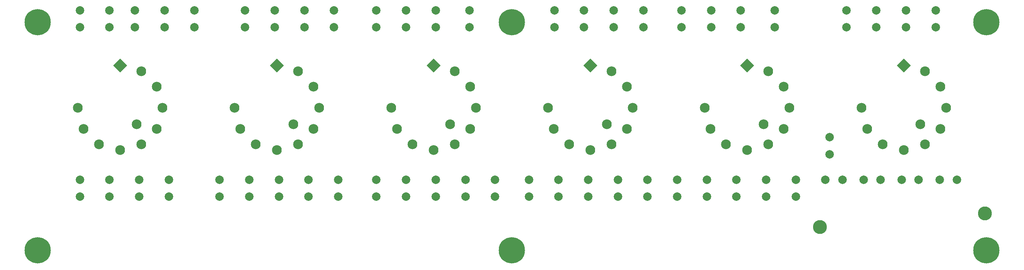
<source format=gbs>
G04*
G04 #@! TF.GenerationSoftware,Altium Limited,Altium Designer,25.8.1 (18)*
G04*
G04 Layer_Color=16711935*
%FSLAX44Y44*%
%MOMM*%
G71*
G04*
G04 #@! TF.SameCoordinates,C759EE04-39D3-4D0C-B5B0-0D6C31F46B31*
G04*
G04*
G04 #@! TF.FilePolarity,Negative*
G04*
G01*
G75*
%ADD10C,6.2000*%
%ADD11C,3.3000*%
%ADD12C,2.0000*%
%ADD13C,2.3032*%
%ADD14P,3.2572X4X270.0*%
D10*
X-1020000Y-57500D02*
D03*
Y482500D02*
D03*
X-2140000D02*
D03*
X100000D02*
D03*
Y-57500D02*
D03*
X-2140000D02*
D03*
D11*
X-293000Y-2000D02*
D03*
X96000Y30000D02*
D03*
D12*
X-10000Y110000D02*
D03*
X30000D02*
D03*
X-350000Y70000D02*
D03*
X-350000Y110000D02*
D03*
X-700000D02*
D03*
Y70000D02*
D03*
X-20000Y510000D02*
D03*
Y470000D02*
D03*
X-100000Y110000D02*
D03*
X-60000Y110000D02*
D03*
X-400000Y510000D02*
D03*
X-400000Y470000D02*
D03*
X-420000Y110000D02*
D03*
X-420000Y70000D02*
D03*
X-710000Y510000D02*
D03*
Y470000D02*
D03*
X-770000Y110000D02*
D03*
Y70000D02*
D03*
X-90000Y510000D02*
D03*
Y470000D02*
D03*
X-190000Y110000D02*
D03*
X-150000D02*
D03*
X-480000Y510000D02*
D03*
X-480000Y470000D02*
D03*
X-490000Y110000D02*
D03*
X-490000Y70000D02*
D03*
X-780000Y510000D02*
D03*
X-780000Y470000D02*
D03*
X-840000Y110000D02*
D03*
Y70000D02*
D03*
X-160000Y510000D02*
D03*
Y470000D02*
D03*
X-280000Y110000D02*
D03*
X-240000Y110000D02*
D03*
X-550000Y510000D02*
D03*
X-550000Y470000D02*
D03*
X-560000Y110000D02*
D03*
X-560000Y70000D02*
D03*
X-850000Y510000D02*
D03*
X-850000Y470000D02*
D03*
X-910000Y110000D02*
D03*
Y70000D02*
D03*
X-230000Y510000D02*
D03*
X-230000Y470000D02*
D03*
X-270000Y210000D02*
D03*
X-270000Y170000D02*
D03*
X-620000Y510000D02*
D03*
X-620000Y470000D02*
D03*
X-630000Y110000D02*
D03*
X-630000Y70000D02*
D03*
X-920000Y510000D02*
D03*
X-920000Y470000D02*
D03*
X-980000Y110000D02*
D03*
Y70000D02*
D03*
X-1060000Y70000D02*
D03*
Y110000D02*
D03*
X-1430000Y110000D02*
D03*
X-1430000Y70000D02*
D03*
X-1770000Y510000D02*
D03*
X-1770000Y470000D02*
D03*
X-1120000D02*
D03*
Y510000D02*
D03*
X-1130000Y70000D02*
D03*
Y110000D02*
D03*
X-1440000Y470000D02*
D03*
X-1440000Y510000D02*
D03*
X-1500000Y70000D02*
D03*
Y110000D02*
D03*
X-1840000Y470000D02*
D03*
X-1840000Y510000D02*
D03*
X-1830000Y70000D02*
D03*
X-1830000Y110000D02*
D03*
X-1200000Y470000D02*
D03*
Y510000D02*
D03*
Y70000D02*
D03*
Y110000D02*
D03*
X-1510000Y470000D02*
D03*
Y510000D02*
D03*
X-1570000Y70000D02*
D03*
Y110000D02*
D03*
X-1910000Y470000D02*
D03*
Y510000D02*
D03*
X-1900000Y70000D02*
D03*
Y110000D02*
D03*
X-1270000Y470000D02*
D03*
Y510000D02*
D03*
X-1270000Y70000D02*
D03*
Y110000D02*
D03*
X-1580000Y470000D02*
D03*
Y510000D02*
D03*
X-1640000Y70000D02*
D03*
Y110000D02*
D03*
X-1970000Y470000D02*
D03*
Y510000D02*
D03*
Y70000D02*
D03*
Y110000D02*
D03*
X-1340000Y470000D02*
D03*
Y510000D02*
D03*
Y70000D02*
D03*
Y110000D02*
D03*
X-1650000Y470000D02*
D03*
Y510000D02*
D03*
X-1710000Y70000D02*
D03*
Y110000D02*
D03*
X-2040000Y470000D02*
D03*
Y510000D02*
D03*
Y70000D02*
D03*
Y110000D02*
D03*
D13*
X-1906109Y241110D02*
D03*
X-1845000Y280000D02*
D03*
X-1858397Y330000D02*
D03*
X-1895000Y366603D02*
D03*
X-2045000Y280000D02*
D03*
X-2031603Y230000D02*
D03*
X-1995000Y193397D02*
D03*
X-1945000Y180000D02*
D03*
X-1895000Y193397D02*
D03*
X-1858397Y230000D02*
D03*
X-1488397D02*
D03*
X-1525000Y193397D02*
D03*
X-1575000Y180000D02*
D03*
X-1625000Y193397D02*
D03*
X-1661603Y230000D02*
D03*
X-1675000Y280000D02*
D03*
X-1525000Y366603D02*
D03*
X-1488397Y330000D02*
D03*
X-1475000Y280000D02*
D03*
X-1536109Y241110D02*
D03*
X-796109D02*
D03*
X-734999Y280000D02*
D03*
X-748397Y330000D02*
D03*
X-785000Y366603D02*
D03*
X-935001Y280000D02*
D03*
X-921603Y230000D02*
D03*
X-885000Y193397D02*
D03*
X-835000Y180000D02*
D03*
X-785000Y193397D02*
D03*
X-748397Y230000D02*
D03*
X-1118397D02*
D03*
X-1155000Y193397D02*
D03*
X-1205000Y180000D02*
D03*
X-1255000Y193397D02*
D03*
X-1291603Y230000D02*
D03*
X-1305000Y280000D02*
D03*
X-1155000Y366603D02*
D03*
X-1118397Y330000D02*
D03*
X-1104999Y280000D02*
D03*
X-1166109Y241110D02*
D03*
X-426109D02*
D03*
X-365000Y280000D02*
D03*
X-378397Y330000D02*
D03*
X-415000Y366603D02*
D03*
X-565000Y280000D02*
D03*
X-551603Y230000D02*
D03*
X-515000Y193397D02*
D03*
X-465000Y180000D02*
D03*
X-415000Y193397D02*
D03*
X-378397Y230000D02*
D03*
X-8397D02*
D03*
X-45000Y193397D02*
D03*
X-95000Y180000D02*
D03*
X-145000Y193397D02*
D03*
X-181603Y230000D02*
D03*
X-195000Y280000D02*
D03*
X-45000Y366603D02*
D03*
X-8397Y330000D02*
D03*
X5001Y280000D02*
D03*
X-56109Y241110D02*
D03*
D14*
X-1945000Y380000D02*
D03*
X-1575000D02*
D03*
X-835000D02*
D03*
X-1205000D02*
D03*
X-465000D02*
D03*
X-95000D02*
D03*
M02*

</source>
